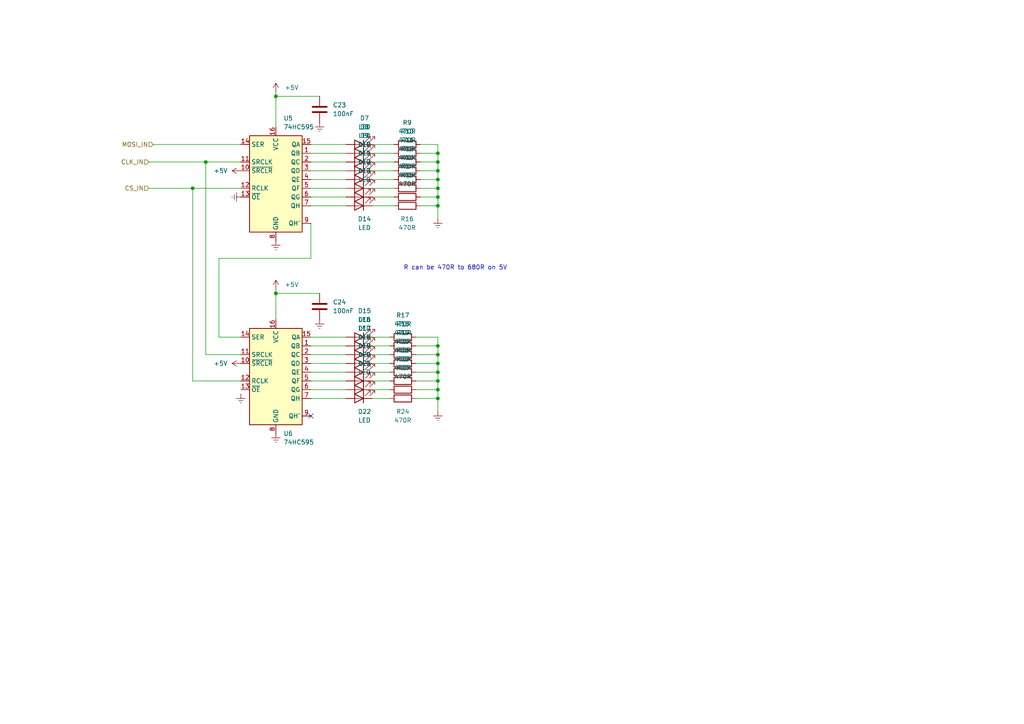
<source format=kicad_sch>
(kicad_sch (version 20231120) (generator "eeschema") (generator_version "8.0")
  (paper "A4")
  (lib_symbols
    (symbol "74xx:74HC595"
      (property "Reference" "U" (at -7.62 13.97 0))
      (property "Value" "74HC595" (at -7.62 -16.51 0))
      (symbol "74HC595_1_0"
        (pin tri_state line (at 10.16 7.62 180) (length 2.54) (name "QB") (number "1"))
        (pin input line (at -10.16 2.54 0) (length 2.54) (name "~{SRCLR}") (number "10"))
        (pin input line (at -10.16 5.08 0) (length 2.54) (name "SRCLK") (number "11"))
        (pin input line (at -10.16 -2.54 0) (length 2.54) (name "RCLK") (number "12"))
        (pin input line (at -10.16 -5.08 0) (length 2.54) (name "~{OE}") (number "13"))
        (pin input line (at -10.16 10.16 0) (length 2.54) (name "SER") (number "14"))
        (pin tri_state line (at 10.16 10.16 180) (length 2.54) (name "QA") (number "15"))
        (pin power_in line (at 0 15.24 270) (length 2.54) (name "VCC") (number "16"))
        (pin tri_state line (at 10.16 5.08 180) (length 2.54) (name "QC") (number "2"))
        (pin tri_state line (at 10.16 2.54 180) (length 2.54) (name "QD") (number "3"))
        (pin tri_state line (at 10.16 0 180) (length 2.54) (name "QE") (number "4"))
        (pin tri_state line (at 10.16 -2.54 180) (length 2.54) (name "QF") (number "5"))
        (pin tri_state line (at 10.16 -5.08 180) (length 2.54) (name "QG") (number "6"))
        (pin tri_state line (at 10.16 -7.62 180) (length 2.54) (name "QH") (number "7"))
        (pin power_in line (at 0 -17.78 90) (length 2.54) (name "GND") (number "8"))
        (pin output line (at 10.16 -12.7 180) (length 2.54) (name "QH'") (number "9"))
      )
      (symbol "74HC595_1_1"
        (rectangle (start -7.62 12.7) (end 7.62 -15.24) (stroke (width 0.254)) (fill (type background)))
      )
    )
    (symbol "Device:C" (pin_numbers hide) (pin_names (offset 0.254))
      (property "Reference" "C" (at 0.635 2.54 0))
      (property "Value" "C" (at 0.635 -2.54 0))
      (symbol "C_0_1"
        (polyline (pts (xy -2.032 -0.762) (xy 2.032 -0.762)) (stroke (width 0.508)))
        (polyline (pts (xy -2.032 0.762) (xy 2.032 0.762)) (stroke (width 0.508)))
      )
      (symbol "C_1_1"
        (pin passive line (at 0 3.81 270) (length 2.794) (name "~") (number "1"))
        (pin passive line (at 0 -3.81 90) (length 2.794) (name "~") (number "2"))
      )
    )
    (symbol "Device:LED" (pin_numbers hide) (pin_names (offset 1.016) hide)
      (property "Reference" "D" (at 0 2.54 0))
      (property "Value" "LED" (at 0 -2.54 0))
      (symbol "LED_0_1"
        (polyline (pts (xy -1.27 -1.27) (xy -1.27 1.27)) (stroke (width 0.254)))
        (polyline (pts (xy -1.27 0) (xy 1.27 0)))
        (polyline (pts (xy 1.27 -1.27) (xy 1.27 1.27) (xy -1.27 0) (xy 1.27 -1.27)) (stroke (width 0.254)))
        (polyline (pts (xy -3.048 -0.762) (xy -4.572 -2.286) (xy -3.81 -2.286) (xy -4.572 -2.286) (xy -4.572 -1.524)))
        (polyline (pts (xy -1.778 -0.762) (xy -3.302 -2.286) (xy -2.54 -2.286) (xy -3.302 -2.286) (xy -3.302 -1.524)))
      )
      (symbol "LED_1_1"
        (pin passive line (at -3.81 0 0) (length 2.54) (name "K") (number "1"))
        (pin passive line (at 3.81 0 180) (length 2.54) (name "A") (number "2"))
      )
    )
    (symbol "Device:R" (pin_numbers hide) (pin_names (offset 0))
      (property "Reference" "R" (at 2.032 0 90))
      (property "Value" "R" (at 0 0 90))
      (symbol "R_0_1"
        (rectangle (start -1.016 -2.54) (end 1.016 2.54) (stroke (width 0.254)))
      )
      (symbol "R_1_1"
        (pin passive line (at 0 3.81 270) (length 1.27) (name "~") (number "1"))
        (pin passive line (at 0 -3.81 90) (length 1.27) (name "~") (number "2"))
      )
    )
    (symbol "power:+5V" (power) (pin_numbers hide) (pin_names (offset 0) hide)
      (property "Value" "+5V" (at 0 3.556 0))
      (symbol "+5V_0_1"
        (polyline (pts (xy -0.762 1.27) (xy 0 2.54)))
        (polyline (pts (xy 0 0) (xy 0 2.54)))
        (polyline (pts (xy 0 2.54) (xy 0.762 1.27)))
      )
      (symbol "+5V_1_1"
        (pin power_in line (at 0 0 90) (length 0) (name "~") (number "1"))
      )
    )
    (symbol "power:GNDREF" (power) (pin_numbers hide) (pin_names (offset 0) hide)
      (property "Value" "GNDREF" (at 0 -3.81 0))
      (symbol "GNDREF_0_1"
        (polyline (pts (xy -0.635 -1.905) (xy 0.635 -1.905)))
        (polyline (pts (xy -0.127 -2.54) (xy 0.127 -2.54)))
        (polyline (pts (xy 0 -1.27) (xy 0 0)))
        (polyline (pts (xy 1.27 -1.27) (xy -1.27 -1.27)))
      )
      (symbol "GNDREF_1_1"
        (pin power_in line (at 0 0 270) (length 0) (name "~") (number "1"))
      )
    )
  )
  (junction (at 127 113.03))
  (junction (at 127 115.57))
  (junction (at 127 54.61))
  (junction (at 127 59.69))
  (junction (at 127 49.53))
  (junction (at 127 105.41))
  (junction (at 127 107.95))
  (junction (at 127 57.15))
  (junction (at 80.01 85.09))
  (junction (at 127 46.99))
  (junction (at 55.88 54.61))
  (junction (at 127 110.49))
  (junction (at 127 102.87))
  (junction (at 59.69 46.99))
  (junction (at 127 44.45))
  (junction (at 127 52.07))
  (junction (at 127 100.33))
  (junction (at 80.01 27.94))
  (no_connect (at 90.17 120.65))
  (wire (pts (xy 100.33 107.95) (xy 90.17 107.95)))
  (wire (pts (xy 114.3 54.61) (xy 107.95 54.61)))
  (wire (pts (xy 100.33 110.49) (xy 90.17 110.49)))
  (wire (pts (xy 43.18 46.99) (xy 59.69 46.99)))
  (wire (pts (xy 43.18 54.61) (xy 55.88 54.61)))
  (wire (pts (xy 114.3 46.99) (xy 107.95 46.99)))
  (wire (pts (xy 100.33 41.91) (xy 90.17 41.91)))
  (wire (pts (xy 69.85 46.99) (xy 59.69 46.99)))
  (wire (pts (xy 127 41.91) (xy 127 44.45)))
  (wire (pts (xy 100.33 113.03) (xy 90.17 113.03)))
  (wire (pts (xy 113.03 110.49) (xy 107.95 110.49)))
  (wire (pts (xy 100.33 105.41) (xy 90.17 105.41)))
  (wire (pts (xy 44.45 41.91) (xy 69.85 41.91)))
  (wire (pts (xy 127 54.61) (xy 127 57.15)))
  (wire (pts (xy 114.3 44.45) (xy 107.95 44.45)))
  (wire (pts (xy 127 63.5) (xy 127 59.69)))
  (wire (pts (xy 90.17 64.77) (xy 90.17 74.93)))
  (wire (pts (xy 120.65 113.03) (xy 127 113.03)))
  (wire (pts (xy 90.17 54.61) (xy 100.33 54.61)))
  (wire (pts (xy 100.33 100.33) (xy 90.17 100.33)))
  (wire (pts (xy 90.17 59.69) (xy 100.33 59.69)))
  (wire (pts (xy 90.17 46.99) (xy 100.33 46.99)))
  (wire (pts (xy 120.65 97.79) (xy 127 97.79)))
  (wire (pts (xy 121.92 41.91) (xy 127 41.91)))
  (wire (pts (xy 90.17 57.15) (xy 100.33 57.15)))
  (wire (pts (xy 121.92 44.45) (xy 127 44.45)))
  (wire (pts (xy 80.01 83.82) (xy 80.01 85.09)))
  (wire (pts (xy 120.65 115.57) (xy 127 115.57)))
  (wire (pts (xy 100.33 97.79) (xy 90.17 97.79)))
  (wire (pts (xy 114.3 52.07) (xy 107.95 52.07)))
  (wire (pts (xy 127 100.33) (xy 127 102.87)))
  (wire (pts (xy 107.95 59.69) (xy 114.3 59.69)))
  (wire (pts (xy 121.92 46.99) (xy 127 46.99)))
  (wire (pts (xy 120.65 102.87) (xy 127 102.87)))
  (wire (pts (xy 113.03 105.41) (xy 107.95 105.41)))
  (wire (pts (xy 121.92 49.53) (xy 127 49.53)))
  (wire (pts (xy 59.69 102.87) (xy 69.85 102.87)))
  (wire (pts (xy 127 119.38) (xy 127 115.57)))
  (wire (pts (xy 90.17 74.93) (xy 63.5 74.93)))
  (wire (pts (xy 127 97.79) (xy 127 100.33)))
  (wire (pts (xy 120.65 100.33) (xy 127 100.33)))
  (wire (pts (xy 100.33 102.87) (xy 90.17 102.87)))
  (wire (pts (xy 127 57.15) (xy 127 59.69)))
  (wire (pts (xy 113.03 113.03) (xy 107.95 113.03)))
  (wire (pts (xy 80.01 27.94) (xy 80.01 36.83)))
  (wire (pts (xy 63.5 74.93) (xy 63.5 97.79)))
  (wire (pts (xy 59.69 46.99) (xy 59.69 102.87)))
  (wire (pts (xy 113.03 107.95) (xy 107.95 107.95)))
  (wire (pts (xy 127 113.03) (xy 127 115.57)))
  (wire (pts (xy 114.3 41.91) (xy 107.95 41.91)))
  (wire (pts (xy 80.01 27.94) (xy 92.71 27.94)))
  (wire (pts (xy 80.01 85.09) (xy 80.01 92.71)))
  (wire (pts (xy 121.92 59.69) (xy 127 59.69)))
  (wire (pts (xy 127 49.53) (xy 127 52.07)))
  (wire (pts (xy 113.03 97.79) (xy 107.95 97.79)))
  (wire (pts (xy 127 110.49) (xy 127 113.03)))
  (wire (pts (xy 55.88 110.49) (xy 69.85 110.49)))
  (wire (pts (xy 114.3 49.53) (xy 107.95 49.53)))
  (wire (pts (xy 55.88 54.61) (xy 55.88 110.49)))
  (wire (pts (xy 127 46.99) (xy 127 49.53)))
  (wire (pts (xy 127 102.87) (xy 127 105.41)))
  (wire (pts (xy 127 105.41) (xy 127 107.95)))
  (wire (pts (xy 113.03 100.33) (xy 107.95 100.33)))
  (wire (pts (xy 113.03 102.87) (xy 107.95 102.87)))
  (wire (pts (xy 90.17 52.07) (xy 100.33 52.07)))
  (wire (pts (xy 121.92 54.61) (xy 127 54.61)))
  (wire (pts (xy 121.92 52.07) (xy 127 52.07)))
  (wire (pts (xy 120.65 110.49) (xy 127 110.49)))
  (wire (pts (xy 127 44.45) (xy 127 46.99)))
  (wire (pts (xy 114.3 57.15) (xy 107.95 57.15)))
  (wire (pts (xy 107.95 115.57) (xy 113.03 115.57)))
  (wire (pts (xy 80.01 26.67) (xy 80.01 27.94)))
  (wire (pts (xy 120.65 105.41) (xy 127 105.41)))
  (wire (pts (xy 127 107.95) (xy 127 110.49)))
  (wire (pts (xy 100.33 115.57) (xy 90.17 115.57)))
  (wire (pts (xy 120.65 107.95) (xy 127 107.95)))
  (wire (pts (xy 90.17 49.53) (xy 100.33 49.53)))
  (wire (pts (xy 63.5 97.79) (xy 69.85 97.79)))
  (wire (pts (xy 90.17 44.45) (xy 100.33 44.45)))
  (wire (pts (xy 127 52.07) (xy 127 54.61)))
  (wire (pts (xy 80.01 85.09) (xy 92.71 85.09)))
  (wire (pts (xy 55.88 54.61) (xy 69.85 54.61)))
  (wire (pts (xy 121.92 57.15) (xy 127 57.15)))
  (text "R can be 470R to 680R on 5V" (at 132.08 77.724 0) (effects (font (size 1.27 1.27))))
  (hierarchical_label "CS_IN" (shape input) (at 43.18 54.61 180))
  (hierarchical_label "CLK_IN" (shape input) (at 43.18 46.99 180))
  (hierarchical_label "MOSI_IN" (shape input) (at 44.45 41.91 180))
  (symbol (lib_id "Device:LED") (at 104.14 57.15 180) (unit 1)
    (property "Reference" "D13" (at 105.7275 49.53 0))
    (property "Value" "LED" (at 105.7275 52.07 0))
    (property "Footprint" "LED_SMD:LED_0805_2012Metric_Pad1.15x1.40mm_HandSolder" (effects (hide yes)))
    (property "Description" "Light emitting diode" (effects (hide yes)))
  )
  (symbol (lib_id "Device:LED") (at 104.14 105.41 180) (unit 1)
    (property "Reference" "D18" (at 105.7275 97.79 0))
    (property "Value" "LED" (at 105.7275 100.33 0))
    (property "Footprint" "LED_SMD:LED_0805_2012Metric_Pad1.15x1.40mm_HandSolder" (effects (hide yes)))
    (property "Description" "Light emitting diode" (effects (hide yes)))
  )
  (symbol (lib_id "Device:LED") (at 104.14 59.69 180) (unit 1)
    (property "Reference" "D14" (at 105.7275 63.5 0))
    (property "Value" "LED" (at 105.7275 66.04 0))
    (property "Footprint" "LED_SMD:LED_0805_2012Metric_Pad1.15x1.40mm_HandSolder" (effects (hide yes)))
    (property "Description" "Light emitting diode" (effects (hide yes)))
  )
  (symbol (lib_id "power:+5V") (at 69.85 105.41 90) (unit 1)
    (property "Reference" "#PWR056" (effects (hide yes)))
    (property "Value" "+5V" (at 66.04 105.4099 90) (effects (justify left)))
    (property "Description" "Power symbol creates a global label with name \"+5V\"" (effects (hide yes)))
  )
  (symbol (lib_id "Device:LED") (at 104.14 100.33 180) (unit 1)
    (property "Reference" "D16" (at 105.7275 92.71 0))
    (property "Value" "LED" (at 105.7275 95.25 0))
    (property "Footprint" "LED_SMD:LED_0805_2012Metric_Pad1.15x1.40mm_HandSolder" (effects (hide yes)))
    (property "Description" "Light emitting diode" (effects (hide yes)))
  )
  (symbol (lib_id "Device:R") (at 118.11 54.61 90) (unit 1)
    (property "Reference" "R14" (at 118.11 48.26 90))
    (property "Value" "470R" (at 118.11 50.8 90))
    (property "Footprint" "Resistor_SMD:R_0805_2012Metric_Pad1.20x1.40mm_HandSolder" (effects (hide yes)))
    (property "Description" "Resistor" (effects (hide yes)))
  )
  (symbol (lib_id "power:GNDREF") (at 127 119.38 0) (unit 1)
    (property "Reference" "#PWR058" (effects (hide yes)))
    (property "Value" "GNDREF" (effects (hide yes)))
    (property "Description" "Power symbol creates a global label with name \"GNDREF\" , reference supply ground" (effects (hide yes)))
  )
  (symbol (lib_id "Device:LED") (at 104.14 113.03 180) (unit 1)
    (property "Reference" "D21" (at 105.7275 105.41 0))
    (property "Value" "LED" (at 105.7275 107.95 0))
    (property "Footprint" "LED_SMD:LED_0805_2012Metric_Pad1.15x1.40mm_HandSolder" (effects (hide yes)))
    (property "Description" "Light emitting diode" (effects (hide yes)))
  )
  (symbol (lib_id "Device:C") (at 92.71 31.75 180) (unit 1)
    (property "Reference" "C23" (at 96.52 30.4799 0) (effects (justify right)))
    (property "Value" "100nF" (at 96.52 33.0199 0) (effects (justify right)))
    (property "Footprint" "Capacitor_SMD:C_0805_2012Metric_Pad1.18x1.45mm_HandSolder" (effects (hide yes)))
    (property "Description" "Unpolarized capacitor" (effects (hide yes)))
  )
  (symbol (lib_id "Device:R") (at 116.84 105.41 90) (unit 1)
    (property "Reference" "R20" (at 116.84 99.06 90))
    (property "Value" "470R" (at 116.84 101.6 90))
    (property "Footprint" "Resistor_SMD:R_0805_2012Metric_Pad1.20x1.40mm_HandSolder" (effects (hide yes)))
    (property "Description" "Resistor" (effects (hide yes)))
  )
  (symbol (lib_id "Device:R") (at 118.11 44.45 90) (unit 1)
    (property "Reference" "R10" (at 118.11 38.1 90))
    (property "Value" "470R" (at 118.11 40.64 90))
    (property "Footprint" "Resistor_SMD:R_0805_2012Metric_Pad1.20x1.40mm_HandSolder" (effects (hide yes)))
    (property "Description" "Resistor" (effects (hide yes)))
  )
  (symbol (lib_id "Device:R") (at 116.84 97.79 90) (unit 1)
    (property "Reference" "R17" (at 116.84 91.44 90))
    (property "Value" "470R" (at 116.84 93.98 90))
    (property "Footprint" "Resistor_SMD:R_0805_2012Metric_Pad1.20x1.40mm_HandSolder" (effects (hide yes)))
    (property "Description" "Resistor" (effects (hide yes)))
  )
  (symbol (lib_id "Device:R") (at 118.11 59.69 90) (unit 1)
    (property "Reference" "R16" (at 118.11 63.5 90))
    (property "Value" "470R" (at 118.11 66.04 90))
    (property "Footprint" "Resistor_SMD:R_0805_2012Metric_Pad1.20x1.40mm_HandSolder" (effects (hide yes)))
    (property "Description" "Resistor" (effects (hide yes)))
  )
  (symbol (lib_id "Device:LED") (at 104.14 52.07 180) (unit 1)
    (property "Reference" "D11" (at 105.7275 44.45 0))
    (property "Value" "LED" (at 105.7275 46.99 0))
    (property "Footprint" "LED_SMD:LED_0805_2012Metric_Pad1.15x1.40mm_HandSolder" (effects (hide yes)))
    (property "Description" "Light emitting diode" (effects (hide yes)))
  )
  (symbol (lib_id "Device:R") (at 118.11 46.99 90) (unit 1)
    (property "Reference" "R11" (at 118.11 40.64 90))
    (property "Value" "470R" (at 118.11 43.18 90))
    (property "Footprint" "Resistor_SMD:R_0805_2012Metric_Pad1.20x1.40mm_HandSolder" (effects (hide yes)))
    (property "Description" "Resistor" (effects (hide yes)))
  )
  (symbol (lib_id "Device:C") (at 92.71 88.9 180) (unit 1)
    (property "Reference" "C24" (at 96.52 87.6299 0) (effects (justify right)))
    (property "Value" "100nF" (at 96.52 90.1699 0) (effects (justify right)))
    (property "Footprint" "Capacitor_SMD:C_0805_2012Metric_Pad1.18x1.45mm_HandSolder" (effects (hide yes)))
    (property "Description" "Unpolarized capacitor" (effects (hide yes)))
  )
  (symbol (lib_id "power:+5V") (at 80.01 26.67 0) (unit 1)
    (property "Reference" "#PWR048" (effects (hide yes)))
    (property "Value" "+5V" (at 82.55 25.3999 0) (effects (justify left)))
    (property "Description" "Power symbol creates a global label with name \"+5V\"" (effects (hide yes)))
  )
  (symbol (lib_id "Device:R") (at 118.11 57.15 90) (unit 1)
    (property "Reference" "R15" (at 118.11 50.8 90))
    (property "Value" "470R" (at 118.11 53.34 90))
    (property "Footprint" "Resistor_SMD:R_0805_2012Metric_Pad1.20x1.40mm_HandSolder" (effects (hide yes)))
    (property "Description" "Resistor" (effects (hide yes)))
  )
  (symbol (lib_id "Device:LED") (at 104.14 97.79 180) (unit 1)
    (property "Reference" "D15" (at 105.7275 90.17 0))
    (property "Value" "LED" (at 105.7275 92.71 0))
    (property "Footprint" "LED_SMD:LED_0805_2012Metric_Pad1.15x1.40mm_HandSolder" (effects (hide yes)))
    (property "Description" "Light emitting diode" (effects (hide yes)))
  )
  (symbol (lib_id "Device:R") (at 116.84 113.03 90) (unit 1)
    (property "Reference" "R23" (at 116.84 106.68 90))
    (property "Value" "470R" (at 116.84 109.22 90))
    (property "Footprint" "Resistor_SMD:R_0805_2012Metric_Pad1.20x1.40mm_HandSolder" (effects (hide yes)))
    (property "Description" "Resistor" (effects (hide yes)))
  )
  (symbol (lib_id "power:GNDREF") (at 92.71 92.71 0) (unit 1)
    (property "Reference" "#PWR055" (effects (hide yes)))
    (property "Value" "GNDREF" (effects (hide yes)))
    (property "Description" "Power symbol creates a global label with name \"GNDREF\" , reference supply ground" (effects (hide yes)))
  )
  (symbol (lib_id "Device:LED") (at 104.14 49.53 180) (unit 1)
    (property "Reference" "D10" (at 105.7275 41.91 0))
    (property "Value" "LED" (at 105.7275 44.45 0))
    (property "Footprint" "LED_SMD:LED_0805_2012Metric_Pad1.15x1.40mm_HandSolder" (effects (hide yes)))
    (property "Description" "Light emitting diode" (effects (hide yes)))
  )
  (symbol (lib_id "Device:R") (at 116.84 115.57 90) (unit 1)
    (property "Reference" "R24" (at 116.84 119.38 90))
    (property "Value" "470R" (at 116.84 121.92 90))
    (property "Footprint" "Resistor_SMD:R_0805_2012Metric_Pad1.20x1.40mm_HandSolder" (effects (hide yes)))
    (property "Description" "Resistor" (effects (hide yes)))
  )
  (symbol (lib_id "Device:LED") (at 104.14 107.95 180) (unit 1)
    (property "Reference" "D19" (at 105.7275 100.33 0))
    (property "Value" "LED" (at 105.7275 102.87 0))
    (property "Footprint" "LED_SMD:LED_0805_2012Metric_Pad1.15x1.40mm_HandSolder" (effects (hide yes)))
    (property "Description" "Light emitting diode" (effects (hide yes)))
  )
  (symbol (lib_id "power:GNDREF") (at 69.85 114.3 0) (unit 1)
    (property "Reference" "#PWR057" (effects (hide yes)))
    (property "Value" "GNDREF" (effects (hide yes)))
    (property "Description" "Power symbol creates a global label with name \"GNDREF\" , reference supply ground" (effects (hide yes)))
  )
  (symbol (lib_id "Device:R") (at 116.84 107.95 90) (unit 1)
    (property "Reference" "R21" (at 116.84 101.6 90))
    (property "Value" "470R" (at 116.84 104.14 90))
    (property "Footprint" "Resistor_SMD:R_0805_2012Metric_Pad1.20x1.40mm_HandSolder" (effects (hide yes)))
    (property "Description" "Resistor" (effects (hide yes)))
  )
  (symbol (lib_id "Device:R") (at 118.11 49.53 90) (unit 1)
    (property "Reference" "R12" (at 118.11 43.18 90))
    (property "Value" "470R" (at 118.11 45.72 90))
    (property "Footprint" "Resistor_SMD:R_0805_2012Metric_Pad1.20x1.40mm_HandSolder" (effects (hide yes)))
    (property "Description" "Resistor" (effects (hide yes)))
  )
  (symbol (lib_id "74xx:74HC595") (at 80.01 52.07 0) (unit 1)
    (property "Reference" "U5" (at 82.2041 34.29 0) (effects (justify left)))
    (property "Value" "74HC595" (at 82.2041 36.83 0) (effects (justify left)))
    (property "Footprint" "Synth:SOIC-16" (effects (hide yes)))
    (property "Datasheet" "http://www.ti.com/lit/ds/symlink/sn74hc595.pdf" (effects (hide yes)))
    (property "Description" "8-bit serial in/out Shift Register 3-State Outputs" (effects (hide yes)))
  )
  (symbol (lib_id "Device:LED") (at 104.14 110.49 180) (unit 1)
    (property "Reference" "D20" (at 105.7275 102.87 0))
    (property "Value" "LED" (at 105.7275 105.41 0))
    (property "Footprint" "LED_SMD:LED_0805_2012Metric_Pad1.15x1.40mm_HandSolder" (effects (hide yes)))
    (property "Description" "Light emitting diode" (effects (hide yes)))
  )
  (symbol (lib_id "power:+5V") (at 80.01 83.82 0) (unit 1)
    (property "Reference" "#PWR054" (effects (hide yes)))
    (property "Value" "+5V" (at 82.55 82.5499 0) (effects (justify left)))
    (property "Description" "Power symbol creates a global label with name \"+5V\"" (effects (hide yes)))
  )
  (symbol (lib_id "Device:LED") (at 104.14 54.61 180) (unit 1)
    (property "Reference" "D12" (at 105.7275 46.99 0))
    (property "Value" "LED" (at 105.7275 49.53 0))
    (property "Footprint" "LED_SMD:LED_0805_2012Metric_Pad1.15x1.40mm_HandSolder" (effects (hide yes)))
    (property "Description" "Light emitting diode" (effects (hide yes)))
  )
  (symbol (lib_id "Device:LED") (at 104.14 115.57 180) (unit 1)
    (property "Reference" "D22" (at 105.7275 119.38 0))
    (property "Value" "LED" (at 105.7275 121.92 0))
    (property "Footprint" "LED_SMD:LED_0805_2012Metric_Pad1.15x1.40mm_HandSolder" (effects (hide yes)))
    (property "Description" "Light emitting diode" (effects (hide yes)))
  )
  (symbol (lib_id "Device:R") (at 118.11 41.91 90) (unit 1)
    (property "Reference" "R9" (at 118.11 35.56 90))
    (property "Value" "470R" (at 118.11 38.1 90))
    (property "Footprint" "Resistor_SMD:R_0805_2012Metric_Pad1.20x1.40mm_HandSolder" (effects (hide yes)))
    (property "Description" "Resistor" (effects (hide yes)))
  )
  (symbol (lib_id "power:GNDREF") (at 80.01 69.85 0) (unit 1)
    (property "Reference" "#PWR053" (effects (hide yes)))
    (property "Value" "GNDREF" (effects (hide yes)))
    (property "Description" "Power symbol creates a global label with name \"GNDREF\" , reference supply ground" (effects (hide yes)))
  )
  (symbol (lib_id "power:GNDREF") (at 69.85 57.15 270) (unit 1)
    (property "Reference" "#PWR051" (effects (hide yes)))
    (property "Value" "GNDREF" (effects (hide yes)))
    (property "Description" "Power symbol creates a global label with name \"GNDREF\" , reference supply ground" (effects (hide yes)))
  )
  (symbol (lib_id "power:GNDREF") (at 92.71 35.56 0) (unit 1)
    (property "Reference" "#PWR049" (effects (hide yes)))
    (property "Value" "GNDREF" (effects (hide yes)))
    (property "Description" "Power symbol creates a global label with name \"GNDREF\" , reference supply ground" (effects (hide yes)))
  )
  (symbol (lib_id "power:GNDREF") (at 80.01 125.73 0) (unit 1)
    (property "Reference" "#PWR059" (effects (hide yes)))
    (property "Value" "GNDREF" (effects (hide yes)))
    (property "Description" "Power symbol creates a global label with name \"GNDREF\" , reference supply ground" (effects (hide yes)))
  )
  (symbol (lib_id "power:GNDREF") (at 127 63.5 0) (unit 1)
    (property "Reference" "#PWR052" (effects (hide yes)))
    (property "Value" "GNDREF" (effects (hide yes)))
    (property "Description" "Power symbol creates a global label with name \"GNDREF\" , reference supply ground" (effects (hide yes)))
  )
  (symbol (lib_id "Device:R") (at 116.84 100.33 90) (unit 1)
    (property "Reference" "R18" (at 116.84 93.98 90))
    (property "Value" "470R" (at 116.84 96.52 90))
    (property "Footprint" "Resistor_SMD:R_0805_2012Metric_Pad1.20x1.40mm_HandSolder" (effects (hide yes)))
    (property "Description" "Resistor" (effects (hide yes)))
  )
  (symbol (lib_id "Device:LED") (at 104.14 102.87 180) (unit 1)
    (property "Reference" "D17" (at 105.7275 95.25 0))
    (property "Value" "LED" (at 105.7275 97.79 0))
    (property "Footprint" "LED_SMD:LED_0805_2012Metric_Pad1.15x1.40mm_HandSolder" (effects (hide yes)))
    (property "Description" "Light emitting diode" (effects (hide yes)))
  )
  (symbol (lib_id "Device:LED") (at 104.14 41.91 180) (unit 1)
    (property "Reference" "D7" (at 105.7275 34.29 0))
    (property "Value" "LED" (at 105.7275 36.83 0))
    (property "Footprint" "LED_SMD:LED_0805_2012Metric_Pad1.15x1.40mm_HandSolder" (effects (hide yes)))
    (property "Description" "Light emitting diode" (effects (hide yes)))
  )
  (symbol (lib_id "Device:LED") (at 104.14 46.99 180) (unit 1)
    (property "Reference" "D9" (at 105.7275 39.37 0))
    (property "Value" "LED" (at 105.7275 41.91 0))
    (property "Footprint" "LED_SMD:LED_0805_2012Metric_Pad1.15x1.40mm_HandSolder" (effects (hide yes)))
    (property "Description" "Light emitting diode" (effects (hide yes)))
  )
  (symbol (lib_id "Device:R") (at 116.84 102.87 90) (unit 1)
    (property "Reference" "R19" (at 116.84 96.52 90))
    (property "Value" "470R" (at 116.84 99.06 90))
    (property "Footprint" "Resistor_SMD:R_0805_2012Metric_Pad1.20x1.40mm_HandSolder" (effects (hide yes)))
    (property "Description" "Resistor" (effects (hide yes)))
  )
  (symbol (lib_id "74xx:74HC595") (at 80.01 107.95 0) (unit 1)
    (property "Reference" "U6" (at 82.2041 125.73 0) (effects (justify left)))
    (property "Value" "74HC595" (at 82.2041 128.27 0) (effects (justify left)))
    (property "Footprint" "Synth:SOIC-16" (effects (hide yes)))
    (property "Datasheet" "http://www.ti.com/lit/ds/symlink/sn74hc595.pdf" (effects (hide yes)))
    (property "Description" "8-bit serial in/out Shift Register 3-State Outputs" (effects (hide yes)))
  )
  (symbol (lib_id "power:+5V") (at 69.85 49.53 90) (unit 1)
    (property "Reference" "#PWR050" (effects (hide yes)))
    (property "Value" "+5V" (at 66.04 49.5299 90) (effects (justify left)))
    (property "Description" "Power symbol creates a global label with name \"+5V\"" (effects (hide yes)))
  )
  (symbol (lib_id "Device:R") (at 118.11 52.07 90) (unit 1)
    (property "Reference" "R13" (at 118.11 45.72 90))
    (property "Value" "470R" (at 118.11 48.26 90))
    (property "Footprint" "Resistor_SMD:R_0805_2012Metric_Pad1.20x1.40mm_HandSolder" (effects (hide yes)))
    (property "Description" "Resistor" (effects (hide yes)))
  )
  (symbol (lib_id "Device:R") (at 116.84 110.49 90) (unit 1)
    (property "Reference" "R22" (at 116.84 104.14 90))
    (property "Value" "470R" (at 116.84 106.68 90))
    (property "Footprint" "Resistor_SMD:R_0805_2012Metric_Pad1.20x1.40mm_HandSolder" (effects (hide yes)))
    (property "Description" "Resistor" (effects (hide yes)))
  )
  (symbol (lib_id "Device:LED") (at 104.14 44.45 180) (unit 1)
    (property "Reference" "D8" (at 105.7275 36.83 0))
    (property "Value" "LED" (at 105.7275 39.37 0))
    (property "Footprint" "LED_SMD:LED_0805_2012Metric_Pad1.15x1.40mm_HandSolder" (effects (hide yes)))
    (property "Description" "Light emitting diode" (effects (hide yes)))
  )
)
</source>
